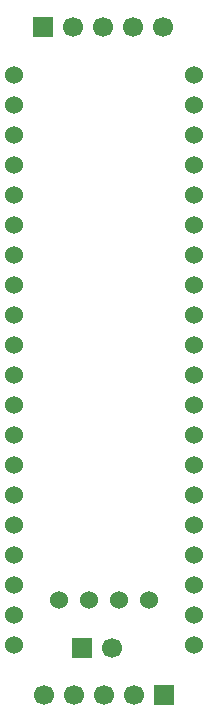
<source format=gbs>
%TF.GenerationSoftware,KiCad,Pcbnew,9.0.2*%
%TF.CreationDate,2025-07-08T19:23:38-03:00*%
%TF.ProjectId,ProlinUp,50726f6c-696e-4557-902e-6b696361645f,rev?*%
%TF.SameCoordinates,Original*%
%TF.FileFunction,Soldermask,Bot*%
%TF.FilePolarity,Negative*%
%FSLAX46Y46*%
G04 Gerber Fmt 4.6, Leading zero omitted, Abs format (unit mm)*
G04 Created by KiCad (PCBNEW 9.0.2) date 2025-07-08 19:23:38*
%MOMM*%
%LPD*%
G01*
G04 APERTURE LIST*
%ADD10R,1.700000X1.700000*%
%ADD11C,1.700000*%
%ADD12C,1.524000*%
G04 APERTURE END LIST*
D10*
%TO.C,J2*%
X141922500Y-76156250D03*
D11*
X144462500Y-76156250D03*
X147002500Y-76156250D03*
X149542500Y-76156250D03*
X152082500Y-76156250D03*
%TD*%
D10*
%TO.C,J1*%
X152122500Y-132656250D03*
D11*
X149582500Y-132656250D03*
X147042500Y-132656250D03*
X144502500Y-132656250D03*
X141962500Y-132656250D03*
%TD*%
D10*
%TO.C,J4*%
X145187500Y-128656250D03*
D11*
X147727500Y-128656250D03*
%TD*%
D12*
%TO.C,U1*%
X139437500Y-128461250D03*
X143247500Y-124651250D03*
X154677500Y-85281250D03*
X139437500Y-123381250D03*
X139437500Y-125921250D03*
X150867500Y-124651250D03*
X154677500Y-80201250D03*
X154677500Y-82741250D03*
X154677500Y-87821250D03*
X154677500Y-118301250D03*
X154677500Y-115761250D03*
X154677500Y-113221250D03*
X154677500Y-110681250D03*
X154677500Y-108141250D03*
X154677500Y-105601250D03*
X154677500Y-103061250D03*
X154677500Y-100521250D03*
X139437500Y-90361250D03*
X139437500Y-92901250D03*
X139437500Y-95441250D03*
X139437500Y-97981250D03*
X139437500Y-100521250D03*
X139437500Y-103061250D03*
X154677500Y-97981250D03*
X154677500Y-95441250D03*
X139437500Y-105601250D03*
X139437500Y-108141250D03*
X139437500Y-110681250D03*
X139437500Y-113221250D03*
X139437500Y-115761250D03*
X139437500Y-118301250D03*
X139437500Y-120841250D03*
X154677500Y-92901250D03*
X154677500Y-90361250D03*
X139437500Y-80201250D03*
X139437500Y-82741250D03*
X139437500Y-85281250D03*
X139437500Y-87821250D03*
X154677500Y-125921250D03*
X154677500Y-123381250D03*
X154677500Y-120841250D03*
X148327500Y-124651250D03*
X145787500Y-124651250D03*
X154677500Y-128461250D03*
%TD*%
M02*

</source>
